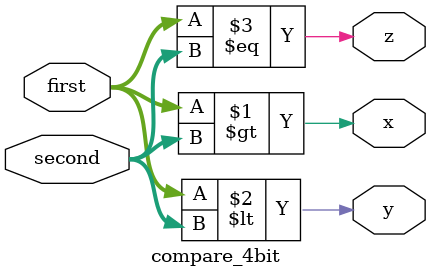
<source format=v>
module compare_4bit (input [0:3]first, input [0:3]second, output x, output y, output z);	
	assign x = first > second;
	assign y = first < second;
	assign z = first == second;
endmodule

</source>
